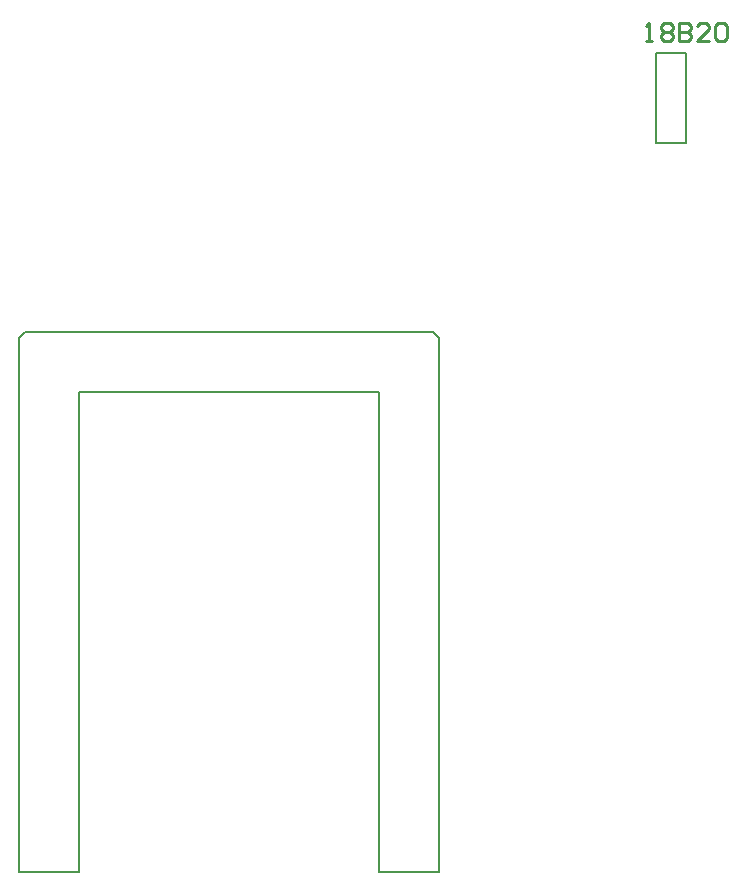
<source format=gto>
G04 Layer_Color=65535*
%FSLAX25Y25*%
%MOIN*%
G70*
G01*
G75*
%ADD10C,0.01000*%
%ADD17C,0.00787*%
%ADD18C,0.00800*%
D10*
X-43500Y278000D02*
X-41501D01*
X-42500D01*
Y283998D01*
X-43500Y282998D01*
X-38502D02*
X-37502Y283998D01*
X-35503D01*
X-34503Y282998D01*
Y281999D01*
X-35503Y280999D01*
X-34503Y279999D01*
Y279000D01*
X-35503Y278000D01*
X-37502D01*
X-38502Y279000D01*
Y279999D01*
X-37502Y280999D01*
X-38502Y281999D01*
Y282998D01*
X-37502Y280999D02*
X-35503D01*
X-32504Y283998D02*
Y278000D01*
X-29504D01*
X-28505Y279000D01*
Y279999D01*
X-29504Y280999D01*
X-32504D01*
X-29504D01*
X-28505Y281999D01*
Y282998D01*
X-29504Y283998D01*
X-32504D01*
X-22507Y278000D02*
X-26506D01*
X-22507Y281999D01*
Y282998D01*
X-23506Y283998D01*
X-25506D01*
X-26506Y282998D01*
X-20507D02*
X-19508Y283998D01*
X-17508D01*
X-16509Y282998D01*
Y279000D01*
X-17508Y278000D01*
X-19508D01*
X-20507Y279000D01*
Y282998D01*
D17*
X-40000Y244000D02*
X-30000D01*
Y274000D01*
X-40000D02*
X-30000D01*
X-40000Y244000D02*
Y274000D01*
X-232500Y181000D02*
X-225000D01*
X-132500D01*
X-252500Y1000D02*
Y176000D01*
X-232500Y1000D02*
Y161000D01*
X-247500Y181000D02*
X-232500D01*
X-252500Y1000D02*
X-232500D01*
X-112500D02*
Y176000D01*
X-132500Y1000D02*
Y161000D01*
Y181000D02*
X-117500D01*
X-132500Y1000D02*
X-112500D01*
D18*
X-225000Y161000D02*
X-132500D01*
X-232500D02*
X-225000D01*
X-117500Y181000D02*
X-114500D01*
X-112500Y179000D01*
Y176000D02*
Y179000D01*
X-250500Y181000D02*
X-247500D01*
X-252500Y179000D02*
X-250500Y181000D01*
X-252500Y176000D02*
Y179000D01*
M02*

</source>
